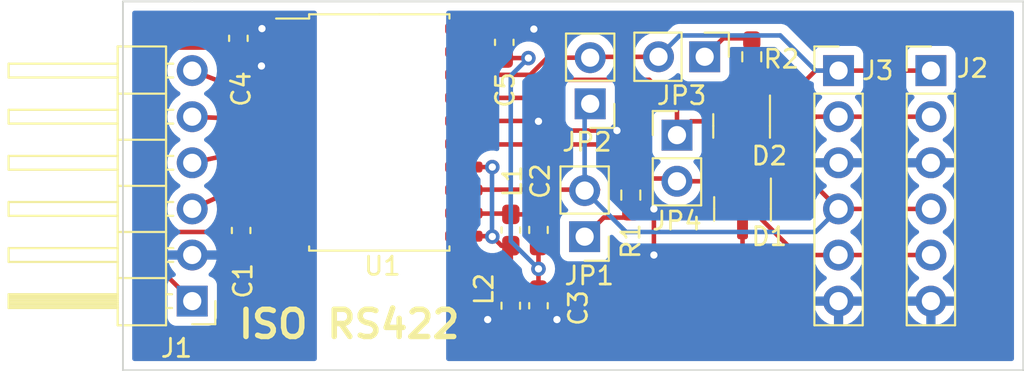
<source format=kicad_pcb>
(kicad_pcb (version 20221231) (generator pcbnew)
  (layers (0 "F.Cu" signal) (31 "B.Cu" signal) (34 "B.Paste" user) (35 "F.Paste" user) (36 "B.SilkS" user "B.Silkscreen") (37 "F.SilkS" user "F.Silkscreen") (38 "B.Mask" user) (39 "F.Mask" user) (44 "Edge.Cuts" user))
  (net 0 "")
  (net 1 "GND")
  (net 2 "/VCC")
  (net 3 "Net-(U1-Visoout)")
  (net 4 "Net-(U1-GND2)")
  (net 5 "Net-(U1-Visoin)")
  (net 6 "GND1")
  (net 7 "Net-(JP1-B)")
  (net 8 "Net-(U1-Z)")
  (net 9 "Net-(U1-A)")
  (net 10 "Net-(U1-B)")
  (net 11 "/RX")
  (net 12 "/~{RE}")
  (net 13 "/DE")
  (net 14 "/TX")
  (net 15 "Net-(JP1-A)")
  (net 16 "Net-(JP3-A)")
  (footprint "Resistor_SMD:R_0603_1608Metric_Pad0.98x0.95mm_HandSolder" (layer "F.Cu") (at 124.7648 55.118 -90)
    (fp_text reference "R2" (at 0.127 -1.6256 180) (layer "F.SilkS"))
    (fp_text value "120")
    (fp_line (start -0.254724 -0.5225) (end 0.254724 -0.5225) (stroke (width 0.12)) (layer "F.SilkS"))
    (fp_line (start -0.254724 0.5225) (end 0.254724 0.5225) (stroke (width 0.12)) (layer "F.SilkS"))
    (pad "1" smd roundrect (at -0.9125 0 270) (size 0.975 0.95) (layers "F.Cu" "F.Paste" "F.Mask") (net 16 "Net-(JP3-A)"))
    (pad "2" smd roundrect (at 0.9125 0 270) (size 0.975 0.95) (layers "F.Cu" "F.Paste" "F.Mask") (net 10 "Net-(U1-B)"))
  )
  (footprint "Inductor_SMD:L_0603_1608Metric_Pad1.05x0.95mm_HandSolder" (layer "F.Cu") (at 111.506 68.834 90)
    (fp_text reference "L2" (at 0.9144 -1.4732 90) (layer "F.SilkS"))
    (fp_text value "L")
    (fp_line (start -0.171267 -0.51) (end 0.171267 -0.51) (stroke (width 0.12)) (layer "F.SilkS"))
    (fp_line (start -0.171267 0.51) (end 0.171267 0.51) (stroke (width 0.12)) (layer "F.SilkS"))
    (pad "1" smd roundrect (at -0.875 0 90) (size 1.05 0.95) (layers "F.Cu" "F.Paste" "F.Mask") (net 6 "GND1"))
    (pad "2" smd roundrect (at 0.875 0 90) (size 1.05 0.95) (layers "F.Cu" "F.Paste" "F.Mask") (net 4 "Net-(U1-GND2)"))
  )
  (footprint "Resistor_SMD:R_0603_1608Metric_Pad0.98x0.95mm_HandSolder" (layer "F.Cu") (at 118.11 62.738 90)
    (fp_text reference "R1" (at -2.54 0 270) (layer "F.SilkS"))
    (fp_text value "120")
    (fp_line (start -0.254724 -0.5225) (end 0.254724 -0.5225) (stroke (width 0.12)) (layer "F.SilkS"))
    (fp_line (start -0.254724 0.5225) (end 0.254724 0.5225) (stroke (width 0.12)) (layer "F.SilkS"))
    (pad "1" smd roundrect (at -0.9125 0 90) (size 0.975 0.95) (layers "F.Cu" "F.Paste" "F.Mask") (net 15 "Net-(JP1-A)"))
    (pad "2" smd roundrect (at 0.9125 0 90) (size 0.975 0.95) (layers "F.Cu" "F.Paste" "F.Mask") (net 8 "Net-(U1-Z)"))
  )
  (footprint "Connector_PinHeader_2.54mm:PinHeader_1x06_P2.54mm_Vertical" (layer "F.Cu") (at 134.62 55.88)
    (fp_text reference "J2" (at 2.286 -0.127) (layer "F.SilkS"))
    (fp_text value "OUT")
    (fp_line (start -1.33 -1.33) (end 0 -1.33) (stroke (width 0.12)) (layer "F.SilkS"))
    (fp_line (start -1.33 0) (end -1.33 -1.33) (stroke (width 0.12)) (layer "F.SilkS"))
    (fp_line (start -1.33 1.27) (end -1.33 14.03) (stroke (width 0.12)) (layer "F.SilkS"))
    (fp_line (start -1.33 1.27) (end 1.33 1.27) (stroke (width 0.12)) (layer "F.SilkS"))
    (fp_line (start -1.33 14.03) (end 1.33 14.03) (stroke (width 0.12)) (layer "F.SilkS"))
    (fp_line (start 1.33 1.27) (end 1.33 14.03) (stroke (width 0.12)) (layer "F.SilkS"))
    (pad "1" thru_hole rect (at 0 0) (size 1.7 1.7) (drill 1) (layers *.Cu *.Mask) (net 9 "Net-(U1-A)"))
    (pad "2" thru_hole oval (at 0 2.54) (size 1.7 1.7) (drill 1) (layers *.Cu *.Mask) (net 10 "Net-(U1-B)"))
    (pad "3" thru_hole oval (at 0 5.08) (size 1.7 1.7) (drill 1) (layers *.Cu *.Mask) (net 6 "GND1"))
    (pad "4" thru_hole oval (at 0 7.62) (size 1.7 1.7) (drill 1) (layers *.Cu *.Mask) (net 7 "Net-(JP1-B)"))
    (pad "5" thru_hole oval (at 0 10.16) (size 1.7 1.7) (drill 1) (layers *.Cu *.Mask) (net 8 "Net-(U1-Z)"))
    (pad "6" thru_hole oval (at 0 12.7) (size 1.7 1.7) (drill 1) (layers *.Cu *.Mask) (net 6 "GND1"))
  )
  (footprint "Capacitor_SMD:C_0603_1608Metric_Pad1.08x0.95mm_HandSolder" (layer "F.Cu") (at 96.6714 64.6874 90)
    (fp_text reference "C1" (at -2.775 0.1026 90) (layer "F.SilkS"))
    (fp_text value "10u")
    (fp_line (start -0.146267 -0.51) (end 0.146267 -0.51) (stroke (width 0.12)) (layer "F.SilkS"))
    (fp_line (start -0.146267 0.51) (end 0.146267 0.51) (stroke (width 0.12)) (layer "F.SilkS"))
    (pad "1" smd roundrect (at -0.8625 0 90) (size 1.075 0.95) (layers "F.Cu" "F.Paste" "F.Mask") (net 1 "GND"))
    (pad "2" smd roundrect (at 0.8625 0 90) (size 1.075 0.95) (layers "F.Cu" "F.Paste" "F.Mask") (net 2 "/VCC"))
  )
  (footprint "Connector_PinHeader_2.54mm:PinHeader_1x02_P2.54mm_Vertical" (layer "F.Cu") (at 115.8748 57.7088 180)
    (fp_text reference "JP2" (at 0.1778 -2.1082 180) (layer "F.SilkS"))
    (fp_text value "A-Y")
    (fp_line (start -1.33 -1.33) (end 0 -1.33) (stroke (width 0.12)) (layer "F.SilkS"))
    (fp_line (start -1.33 0) (end -1.33 -1.33) (stroke (width 0.12)) (layer "F.SilkS"))
    (fp_line (start -1.33 1.27) (end -1.33 3.87) (stroke (width 0.12)) (layer "F.SilkS"))
    (fp_line (start -1.33 1.27) (end 1.33 1.27) (stroke (width 0.12)) (layer "F.SilkS"))
    (fp_line (start -1.33 3.87) (end 1.33 3.87) (stroke (width 0.12)) (layer "F.SilkS"))
    (fp_line (start 1.33 1.27) (end 1.33 3.87) (stroke (width 0.12)) (layer "F.SilkS"))
    (pad "1" thru_hole rect (at 0 0 180) (size 1.7 1.7) (drill 1) (layers *.Cu *.Mask) (net 7 "Net-(JP1-B)"))
    (pad "2" thru_hole oval (at 0 2.54 180) (size 1.7 1.7) (drill 1) (layers *.Cu *.Mask) (net 9 "Net-(U1-A)"))
  )
  (footprint "Package_TO_SOT_SMD:SOT-23" (layer "F.Cu") (at 124.2568 63.5 -90)
    (fp_text reference "D1" (at 1.524 -1.4732 180) (layer "F.SilkS"))
    (fp_text value "SM712_SOT23")
    (fp_line (start 0 -1.56) (end -1.675 -1.56) (stroke (width 0.12)) (layer "F.SilkS"))
    (fp_line (start 0 -1.56) (end 0.65 -1.56) (stroke (width 0.12)) (layer "F.SilkS"))
    (fp_line (start 0 1.56) (end -0.65 1.56) (stroke (width 0.12)) (layer "F.SilkS"))
    (fp_line (start 0 1.56) (end 0.65 1.56) (stroke (width 0.12)) (layer "F.SilkS"))
    (pad "1" smd roundrect (at -0.9375 -0.95 270) (size 1.475 0.6) (layers "F.Cu" "F.Paste" "F.Mask") (net 7 "Net-(JP1-B)"))
    (pad "2" smd roundrect (at -0.9375 0.95 270) (size 1.475 0.6) (layers "F.Cu" "F.Paste" "F.Mask") (net 8 "Net-(U1-Z)"))
    (pad "3" smd roundrect (at 0.9375 0 270) (size 1.475 0.6) (layers "F.Cu" "F.Paste" "F.Mask") (net 6 "GND1"))
  )
  (footprint "Package_SO:SOIC-20W_7.5x12.8mm_P1.27mm" (layer "F.Cu") (at 104.2728 59.2882)
    (fp_text reference "U1" (at 0.172 7.3614) (layer "F.SilkS"))
    (fp_text value "ADM2587E")
    (fp_line (start -3.86 -6.51) (end -3.86 -6.275) (stroke (width 0.12)) (layer "F.SilkS"))
    (fp_line (start -3.86 -6.275) (end -5.675 -6.275) (stroke (width 0.12)) (layer "F.SilkS"))
    (fp_line (start -3.86 6.51) (end -3.86 6.275) (stroke (width 0.12)) (layer "F.SilkS"))
    (fp_line (start 0 -6.51) (end -3.86 -6.51) (stroke (width 0.12)) (layer "F.SilkS"))
    (fp_line (start 0 -6.51) (end 3.86 -6.51) (stroke (width 0.12)) (layer "F.SilkS"))
    (fp_line (start 0 6.51) (end -3.86 6.51) (stroke (width 0.12)) (layer "F.SilkS"))
    (fp_line (start 0 6.51) (end 3.86 6.51) (stroke (width 0.12)) (layer "F.SilkS"))
    (fp_line (start 3.86 -6.51) (end 3.86 -6.275) (stroke (width 0.12)) (layer "F.SilkS"))
    (fp_line (start 3.86 6.51) (end 3.86 6.275) (stroke (width 0.12)) (layer "F.SilkS"))
    (pad "1" smd roundrect (at -4.65 -5.715) (size 2.05 0.6) (layers "F.Cu" "F.Paste" "F.Mask") (net 1 "GND"))
    (pad "2" smd roundrect (at -4.65 -4.445) (size 2.05 0.6) (layers "F.Cu" "F.Paste" "F.Mask") (net 2 "/VCC"))
    (pad "3" smd roundrect (at -4.65 -3.175) (size 2.05 0.6) (layers "F.Cu" "F.Paste" "F.Mask") (net 1 "GND"))
    (pad "4" smd roundrect (at -4.65 -1.905) (size 2.05 0.6) (layers "F.Cu" "F.Paste" "F.Mask") (net 11 "/RX"))
    (pad "5" smd roundrect (at -4.65 -0.635) (size 2.05 0.6) (layers "F.Cu" "F.Paste" "F.Mask") (net 12 "/~{RE}"))
    (pad "6" smd roundrect (at -4.65 0.635) (size 2.05 0.6) (layers "F.Cu" "F.Paste" "F.Mask") (net 13 "/DE"))
    (pad "7" smd roundrect (at -4.65 1.905) (size 2.05 0.6) (layers "F.Cu" "F.Paste" "F.Mask") (net 14 "/TX"))
    (pad "8" smd roundrect (at -4.65 3.175) (size 2.05 0.6) (layers "F.Cu" "F.Paste" "F.Mask") (net 2 "/VCC"))
    (pad "9" smd roundrect (at -4.65 4.445) (size 2.05 0.6) (layers "F.Cu" "F.Paste" "F.Mask") (net 1 "GND"))
    (pad "10" smd roundrect (at -4.65 5.715) (size 2.05 0.6) (layers "F.Cu" "F.Paste" "F.Mask") (net 1 "GND"))
    (pad "11" smd roundrect (at 4.65 5.715) (size 2.05 0.6) (layers "F.Cu" "F.Paste" "F.Mask") (net 4 "Net-(U1-GND2)"))
    (pad "12" smd roundrect (at 4.65 4.445) (size 2.05 0.6) (layers "F.Cu" "F.Paste" "F.Mask") (net 3 "Net-(U1-Visoout)"))
    (pad "13" smd roundrect (at 4.65 3.175) (size 2.05 0.6) (layers "F.Cu" "F.Paste" "F.Mask") (net 7 "Net-(JP1-B)"))
    (pad "14" smd roundrect (at 4.65 1.905) (size 2.05 0.6) (layers "F.Cu" "F.Paste" "F.Mask") (net 4 "Net-(U1-GND2)"))
    (pad "15" smd roundrect (at 4.65 0.635) (size 2.05 0.6) (layers "F.Cu" "F.Paste" "F.Mask") (net 8 "Net-(U1-Z)"))
    (pad "16" smd roundrect (at 4.65 -0.635) (size 2.05 0.6) (layers "F.Cu" "F.Paste" "F.Mask") (net 6 "GND1"))
    (pad "17" smd roundrect (at 4.65 -1.905) (size 2.05 0.6) (layers "F.Cu" "F.Paste" "F.Mask") (net 10 "Net-(U1-B)"))
    (pad "18" smd roundrect (at 4.65 -3.175) (size 2.05 0.6) (layers "F.Cu" "F.Paste" "F.Mask") (net 9 "Net-(U1-A)"))
    (pad "19" smd roundrect (at 4.65 -4.445) (size 2.05 0.6) (layers "F.Cu" "F.Paste" "F.Mask") (net 5 "Net-(U1-Visoin)"))
    (pad "20" smd roundrect (at 4.65 -5.715) (size 2.05 0.6) (layers "F.Cu" "F.Paste" "F.Mask") (net 6 "GND1"))
  )
  (footprint "Connector_PinHeader_2.54mm:PinHeader_1x06_P2.54mm_Vertical" (layer "F.Cu") (at 129.54 55.88)
    (fp_text reference "J3" (at 2.159 0) (layer "F.SilkS"))
    (fp_text value "OUT")
    (fp_line (start -1.33 -1.33) (end 0 -1.33) (stroke (width 0.12)) (layer "F.SilkS"))
    (fp_line (start -1.33 0) (end -1.33 -1.33) (stroke (width 0.12)) (layer "F.SilkS"))
    (fp_line (start -1.33 1.27) (end -1.33 14.03) (stroke (width 0.12)) (layer "F.SilkS"))
    (fp_line (start -1.33 1.27) (end 1.33 1.27) (stroke (width 0.12)) (layer "F.SilkS"))
    (fp_line (start -1.33 14.03) (end 1.33 14.03) (stroke (width 0.12)) (layer "F.SilkS"))
    (fp_line (start 1.33 1.27) (end 1.33 14.03) (stroke (width 0.12)) (layer "F.SilkS"))
    (pad "1" thru_hole rect (at 0 0) (size 1.7 1.7) (drill 1) (layers *.Cu *.Mask) (net 9 "Net-(U1-A)"))
    (pad "2" thru_hole oval (at 0 2.54) (size 1.7 1.7) (drill 1) (layers *.Cu *.Mask) (net 10 "Net-(U1-B)"))
    (pad "3" thru_hole oval (at 0 5.08) (size 1.7 1.7) (drill 1) (layers *.Cu *.Mask) (net 6 "GND1"))
    (pad "4" thru_hole oval (at 0 7.62) (size 1.7 1.7) (drill 1) (layers *.Cu *.Mask) (net 7 "Net-(JP1-B)"))
    (pad "5" thru_hole oval (at 0 10.16) (size 1.7 1.7) (drill 1) (layers *.Cu *.Mask) (net 8 "Net-(U1-Z)"))
    (pad "6" thru_hole oval (at 0 12.7) (size 1.7 1.7) (drill 1) (layers *.Cu *.Mask) (net 6 "GND1"))
  )
  (footprint "Package_TO_SOT_SMD:SOT-23" (layer "F.Cu") (at 124.206 58.928 -90)
    (fp_text reference "D2" (at 1.651 -1.524) (layer "F.SilkS"))
    (fp_text value "SM712_SOT23")
    (fp_line (start 0 -1.56) (end -1.675 -1.56) (stroke (width 0.12)) (layer "F.SilkS"))
    (fp_line (start 0 -1.56) (end 0.65 -1.56) (stroke (width 0.12)) (layer "F.SilkS"))
    (fp_line (start 0 1.56) (end -0.65 1.56) (stroke (width 0.12)) (layer "F.SilkS"))
    (fp_line (start 0 1.56) (end 0.65 1.56) (stroke (width 0.12)) (layer "F.SilkS"))
    (pad "1" smd roundrect (at -0.9375 -0.95 270) (size 1.475 0.6) (layers "F.Cu" "F.Paste" "F.Mask") (net 9 "Net-(U1-A)"))
    (pad "2" smd roundrect (at -0.9375 0.95 270) (size 1.475 0.6) (layers "F.Cu" "F.Paste" "F.Mask") (net 10 "Net-(U1-B)"))
    (pad "3" smd roundrect (at 0.9375 0 270) (size 1.475 0.6) (layers "F.Cu" "F.Paste" "F.Mask") (net 6 "GND1"))
  )
  (footprint "Inductor_SMD:L_0603_1608Metric_Pad1.05x0.95mm_HandSolder" (layer "F.Cu") (at 113.03 64.657 90)
    (fp_text reference "L1" (at 2.681 -1.43 90) (layer "F.SilkS"))
    (fp_text value "L")
    (fp_line (start -0.171267 -0.51) (end 0.171267 -0.51) (stroke (width 0.12)) (layer "F.SilkS"))
    (fp_line (start -0.171267 0.51) (end 0.171267 0.51) (stroke (width 0.12)) (layer "F.SilkS"))
    (pad "1" smd roundrect (at -0.875 0 90) (size 1.05 0.95) (layers "F.Cu" "F.Paste" "F.Mask") (net 5 "Net-(U1-Visoin)"))
    (pad "2" smd roundrect (at 0.875 0 90) (size 1.05 0.95) (layers "F.Cu" "F.Paste" "F.Mask") (net 3 "Net-(U1-Visoout)"))
  )
  (footprint "Connector_PinHeader_2.54mm:PinHeader_1x02_P2.54mm_Vertical" (layer "F.Cu") (at 122.174 55.118 -90)
    (fp_text reference "JP3" (at 2.1336 1.27 180) (layer "F.SilkS"))
    (fp_text value "T_IN")
    (fp_line (start -1.33 -1.33) (end 0 -1.33) (stroke (width 0.12)) (layer "F.SilkS"))
    (fp_line (start -1.33 0) (end -1.33 -1.33) (stroke (width 0.12)) (layer "F.SilkS"))
    (fp_line (start -1.33 1.27) (end -1.33 3.87) (stroke (width 0.12)) (layer "F.SilkS"))
    (fp_line (start -1.33 1.27) (end 1.33 1.27) (stroke (width 0.12)) (layer "F.SilkS"))
    (fp_line (start -1.33 3.87) (end 1.33 3.87) (stroke (width 0.12)) (layer "F.SilkS"))
    (fp_line (start 1.33 1.27) (end 1.33 3.87) (stroke (width 0.12)) (layer "F.SilkS"))
    (pad "1" thru_hole rect (at 0 0 270) (size 1.7 1.7) (drill 1) (layers *.Cu *.Mask) (net 16 "Net-(JP3-A)"))
    (pad "2" thru_hole oval (at 0 2.54 270) (size 1.7 1.7) (drill 1) (layers *.Cu *.Mask) (net 9 "Net-(U1-A)"))
  )
  (footprint "Capacitor_SMD:C_0603_1608Metric_Pad1.08x0.95mm_HandSolder" (layer "F.Cu") (at 96.52 54.102 90)
    (fp_text reference "C4" (at -2.794 0.1524 90) (layer "F.SilkS"))
    (fp_text value "0.1u")
    (fp_line (start -0.146267 -0.51) (end 0.146267 -0.51) (stroke (width 0.12)) (layer "F.SilkS"))
    (fp_line (start -0.146267 0.51) (end 0.146267 0.51) (stroke (width 0.12)) (layer "F.SilkS"))
    (pad "1" smd roundrect (at -0.8625 0 90) (size 1.075 0.95) (layers "F.Cu" "F.Paste" "F.Mask") (net 2 "/VCC"))
    (pad "2" smd roundrect (at 0.8625 0 90) (size 1.075 0.95) (layers "F.Cu" "F.Paste" "F.Mask") (net 1 "GND"))
  )
  (footprint "Capacitor_SMD:C_0603_1608Metric_Pad1.08x0.95mm_HandSolder" (layer "F.Cu") (at 111.509 64.6631 -90)
    (fp_text reference "C2" (at -2.6871 -1.6226 90) (layer "F.SilkS"))
    (fp_text value "0.1u")
    (fp_line (start -0.146267 -0.51) (end 0.146267 -0.51) (stroke (width 0.12)) (layer "F.SilkS"))
    (fp_line (start -0.146267 0.51) (end 0.146267 0.51) (stroke (width 0.12)) (layer "F.SilkS"))
    (pad "1" smd roundrect (at -0.8625 0 270) (size 1.075 0.95) (layers "F.Cu" "F.Paste" "F.Mask") (net 3 "Net-(U1-Visoout)"))
    (pad "2" smd roundrect (at 0.8625 0 270) (size 1.075 0.95) (layers "F.Cu" "F.Paste" "F.Mask") (net 4 "Net-(U1-GND2)"))
  )
  (footprint "Capacitor_SMD:C_0603_1608Metric_Pad1.08x0.95mm_HandSolder" (layer "F.Cu") (at 111.1491 54.324 90)
    (fp_text reference "C5" (at -2.6228 0.0521 90) (layer "F.SilkS"))
    (fp_text value "0.1u")
    (fp_line (start -0.146267 -0.51) (end 0.146267 -0.51) (stroke (width 0.12)) (layer "F.SilkS"))
    (fp_line (start -0.146267 0.51) (end 0.146267 0.51) (stroke (width 0.12)) (layer "F.SilkS"))
    (pad "1" smd roundrect (at -0.8625 0 90) (size 1.075 0.95) (layers "F.Cu" "F.Paste" "F.Mask") (net 5 "Net-(U1-Visoin)"))
    (pad "2" smd roundrect (at 0.8625 0 90) (size 1.075 0.95) (layers "F.Cu" "F.Paste" "F.Mask") (net 6 "GND1"))
  )
  (footprint "Connector_PinHeader_2.54mm:PinHeader_1x06_P2.54mm_Horizontal" (layer "F.Cu") (at 93.98 68.58 180)
    (fp_text reference "J1" (at 0.8636 -2.5908) (layer "F.SilkS"))
    (fp_text value "PMOD")
    (fp_line (start -1.27 -1.27) (end 0 -1.27) (stroke (width 0.12)) (layer "F.SilkS"))
    (fp_line (start -1.27 0) (end -1.27 -1.27) (stroke (width 0.12)) (layer "F.SilkS"))
    (fp_line (start 1.042929 2.16) (end 1.44 2.16) (stroke (width 0.12)) (layer "F.SilkS"))
    (fp_line (start 1.042929 2.92) (end 1.44 2.92) (stroke (width 0.12)) (layer "F.SilkS"))
    (fp_line (start 1.042929 4.7) (end 1.44 4.7) (stroke (width 0.12)) (layer "F.SilkS"))
    (fp_line (start 1.042929 5.46) (end 1.44 5.46) (stroke (width 0.12)) (layer "F.SilkS"))
    (fp_line (start 1.042929 7.24) (end 1.44 7.24) (stroke (width 0.12)) (layer "F.SilkS"))
    (fp_line (start 1.042929 8) (end 1.44 8) (stroke (width 0.12)) (layer "F.SilkS"))
    (fp_line (start 1.042929 9.78) (end 1.44 9.78) (stroke (width 0.12)) (layer "F.SilkS"))
    (fp_line (start 1.042929 10.54) (end 1.44 10.54) (stroke (width 0.12)) (layer "F.SilkS"))
    (fp_line (start 1.042929 12.32) (end 1.44 12.32) (stroke (width 0.12)) (layer "F.SilkS"))
    (fp_line (start 1.042929 13.08) (end 1.44 13.08) (stroke (width 0.12)) (layer "F.SilkS"))
    (fp_line (start 1.11 -0.38) (end 1.44 -0.38) (stroke (width 0.12)) (layer "F.SilkS"))
    (fp_line (start 1.11 0.38) (end 1.44 0.38) (stroke (width 0.12)) (layer "F.SilkS"))
    (fp_line (start 1.44 -1.33) (end 1.44 14.03) (stroke (width 0.12)) (layer "F.SilkS"))
    (fp_line (start 1.44 1.27) (end 4.1 1.27) (stroke (width 0.12)) (layer "F.SilkS"))
    (fp_line (start 1.44 3.81) (end 4.1 3.81) (stroke (width 0.12)) (layer "F.SilkS"))
    (fp_line (start 1.44 6.35) (end 4.1 6.35) (stroke (width 0.12)) (layer "F.SilkS"))
    (fp_line (start 1.44 8.89) (end 4.1 8.89) (stroke (width 0.12)) (layer "F.SilkS"))
    (fp_line (start 1.44 11.43) (end 4.1 11.43) (stroke (width 0.12)) (layer "F.SilkS"))
    (fp_line (start 1.44 14.03) (end 4.1 14.03) (stroke (width 0.12)) (layer "F.SilkS"))
    (fp_line (start 4.1 -1.33) (end 1.44 -1.33) (stroke (width 0.12)) (layer "F.SilkS"))
    (fp_line (start 4.1 -0.38) (end 10.1 -0.38) (stroke (width 0.12)) (layer "F.SilkS"))
    (fp_line (start 4.1 -0.32) (end 10.1 -0.32) (stroke (width 0.12)) (layer "F.SilkS"))
    (fp_line (start 4.1 -0.2) (end 10.1 -0.2) (stroke (width 0.12)) (layer "F.SilkS"))
    (fp_line (start 4.1 -0.08) (end 10.1 -0.08) (stroke (width 0.12)) (layer "F.SilkS"))
    (fp_line (start 4.1 0.04) (end 10.1 0.04) (stroke (width 0.12)) (layer "F.SilkS"))
    (fp_line (start 4.1 0.16) (end 10.1 0.16) (stroke (width 0.12)) (layer "F.SilkS"))
    (fp_line (start 4.1 0.28) (end 10.1 0.28) (stroke (width 0.12)) (layer "F.SilkS"))
    (fp_line (start 4.1 2.16) (end 10.1 2.16) (stroke (width 0.12)) (layer "F.SilkS"))
    (fp_line (start 4.1 4.7) (end 10.1 4.7) (stroke (width 0.12)) (layer "F.SilkS"))
    (fp_line (start 4.1 7.24) (end 10.1 7.24) (stroke (width 0.12)) (layer "F.SilkS"))
    (fp_line (start 4.1 9.78) (end 10.1 9.78) (stroke (width 0.12)) (layer "F.SilkS"))
    (fp_line (start 4.1 12.32) (end 10.1 12.32) (stroke (width 0.12)) (layer "F.SilkS"))
    (fp_line (start 4.1 14.03) (end 4.1 -1.33) (stroke (width 0.12)) (layer "F.SilkS"))
    (fp_line (start 10.1 -0.38) (end 10.1 0.38) (stroke (width 0.12)) (layer "F.SilkS"))
    (fp_line (start 10.1 0.38) (end 4.1 0.38) (stroke (width 0.12)) (layer "F.SilkS"))
    (fp_line (start 10.1 2.16) (end 10.1 2.92) (stroke (width 0.12)) (layer "F.SilkS"))
    (fp_line (start 10.1 2.92) (end 4.1 2.92) (stroke (width 0.12)) (layer "F.SilkS"))
    (fp_line (start 10.1 4.7) (end 10.1 5.46) (stroke (width 0.12)) (layer "F.SilkS"))
    (fp_line (start 10.1 5.46) (end 4.1 5.46) (stroke (width 0.12)) (layer "F.SilkS"))
    (fp_line (start 10.1 7.24) (end 10.1 8) (stroke (width 0.12)) (layer "F.SilkS"))
    (fp_line (start 10.1 8) (end 4.1 8) (stroke (width 0.12)) (layer "F.SilkS"))
    (fp_line (start 10.1 9.78) (end 10.1 10.54) (stroke (width 0.12)) (layer "F.SilkS"))
    (fp_line (start 10.1 10.54) (end 4.1 10.54) (stroke (width 0.12)) (layer "F.SilkS"))
    (fp_line (start 10.1 12.32) (end 10.1 13.08) (stroke (width 0.12)) (layer "F.SilkS"))
    (fp_line (start 10.1 13.08) (end 4.1 13.08) (stroke (width 0.12)) (layer "F.SilkS"))
    (pad "1" thru_hole rect (at 0 0 180) (size 1.7 1.7) (drill 1) (layers *.Cu *.Mask) (net 2 "/VCC"))
    (pad "2" thru_hole oval (at 0 2.54 180) (size 1.7 1.7) (drill 1) (layers *.Cu *.Mask) (net 1 "GND"))
    (pad "3" thru_hole oval (at 0 5.08 180) (size 1.7 1.7) (drill 1) (layers *.Cu *.Mask) (net 14 "/TX"))
    (pad "4" thru_hole oval (at 0 7.62 180) (size 1.7 1.7) (drill 1) (layers *.Cu *.Mask) (net 13 "/DE"))
    (pad "5" thru_hole oval (at 0 10.16 180) (size 1.7 1.7) (drill 1) (layers *.Cu *.Mask) (net 12 "/~{RE}"))
    (pad "6" thru_hole oval (at 0 12.7 180) (size 1.7 1.7) (drill 1) (layers *.Cu *.Mask) (net 11 "/RX"))
  )
  (footprint "Connector_PinHeader_2.54mm:PinHeader_1x02_P2.54mm_Vertical" (layer "F.Cu") (at 115.57 65.029 180)
    (fp_text reference "JP1" (at -0.254 -2.154) (layer "F.SilkS"))
    (fp_text value "T_OUT")
    (fp_line (start -1.33 -1.33) (end 0 -1.33) (stroke (width 0.12)) (layer "F.SilkS"))
    (fp_line (start -1.33 0) (end -1.33 -1.33) (stroke (width 0.12)) (layer "F.SilkS"))
    (fp_line (start -1.33 1.27) (end -1.33 3.87) (stroke (width 0.12)) (layer "F.SilkS"))
    (fp_line (start -1.33 1.27) (end 1.33 1.27) (stroke (width 0.12)) (layer "F.SilkS"))
    (fp_line (start -1.33 3.87) (end 1.33 3.87) (stroke (width 0.12)) (layer "F.SilkS"))
    (fp_line (start 1.33 1.27) (end 1.33 3.87) (stroke (width 0.12)) (layer "F.SilkS"))
    (pad "1" thru_hole rect (at 0 0 180) (size 1.7 1.7) (drill 1) (layers *.Cu *.Mask) (net 15 "Net-(JP1-A)"))
    (pad "2" thru_hole oval (at 0 2.54 180) (size 1.7 1.7) (drill 1) (layers *.Cu *.Mask) (net 7 "Net-(JP1-B)"))
  )
  (footprint "Capacitor_SMD:C_0603_1608Metric_Pad1.08x0.95mm_HandSolder" (layer "F.Cu") (at 113.03 68.834 -90)
    (fp_text reference "C3" (at 0.127 -2.1844 -90) (layer "F.SilkS"))
    (fp_text value "10u")
    (fp_line (start -0.146267 -0.51) (end 0.146267 -0.51) (stroke (width 0.12)) (layer "F.SilkS"))
    (fp_line (start -0.146267 0.51) (end 0.146267 0.51) (stroke (width 0.12)) (layer "F.SilkS"))
    (pad "1" smd roundrect (at -0.8625 0 270) (size 1.075 0.95) (layers "F.Cu" "F.Paste" "F.Mask") (net 5 "Net-(U1-Visoin)"))
    (pad "2" smd roundrect (at 0.8625 0 270) (size 1.075 0.95) (layers "F.Cu" "F.Paste" "F.Mask") (net 6 "GND1"))
  )
  (footprint "Connector_PinHeader_2.54mm:PinHeader_1x02_P2.54mm_Vertical" (layer "F.Cu") (at 120.65 59.436)
    (fp_text reference "JP4" (at 0 4.7244 180) (layer "F.SilkS"))
    (fp_text value "B-Z")
    (fp_line (start -1.33 -1.33) (end 0 -1.33) (stroke (width 0.12)) (layer "F.SilkS"))
    (fp_line (start -1.33 0) (end -1.33 -1.33) (stroke (width 0.12)) (layer "F.SilkS"))
    (fp_line (start -1.33 1.27) (end -1.33 3.87) (stroke (width 0.12)) (layer "F.SilkS"))
    (fp_line (start -1.33 1.27) (end 1.33 1.27) (stroke (width 0.12)) (layer "F.SilkS"))
    (fp_line (start -1.33 3.87) (end 1.33 3.87) (stroke (width 0.12)) (layer "F.SilkS"))
    (fp_line (start 1.33 1.27) (end 1.33 3.87) (stroke (width 0.12)) (layer "F.SilkS"))
    (pad "1" thru_hole rect (at 0 0) (size 1.7 1.7) (drill 1) (layers *.Cu *.Mask) (net 10 "Net-(U1-B)"))
    (pad "2" thru_hole oval (at 0 2.54) (size 1.7 1.7) (drill 1) (layers *.Cu *.Mask) (net 8 "Net-(U1-Z)"))
  )
  (gr_line (start 139.7 52.07) (end 93.98 52.07) (stroke (width 0.1)) (layer "Edge.Cuts"))
  (gr_line (start 139.7 72.39) (end 139.7 52.07) (stroke (width 0.1)) (layer "Edge.Cuts"))
  (gr_line (start 93.98 52.07) (end 90.17 52.07) (stroke (width 0.1)) (layer "Edge.Cuts"))
  (gr_line (start 90.17 52.07) (end 90.17 72.39) (stroke (width 0.1)) (layer "Edge.Cuts"))
  (gr_line (start 90.17 72.39) (end 139.7 72.39) (stroke (width 0.1)) (layer "Edge.Cuts"))
  (gr_text "ISO RS422" (at 102.616 69.85) (layer "F.SilkS") (effects (font (size 1.5 1.5) (thickness 0.3) bold)))
  (segment (start 99.6228 64.0338) (end 99.6228 63.9088) (width 0.25) (layer "F.Cu") (net 1))
  (segment (start 97.79 55.626) (end 98.298 56.134) (width 0.25) (layer "F.Cu") (net 1))
  (segment (start 97.1412 65.2039) (end 97.1466 65.2035) (width 0.25) (layer "F.Cu") (net 1))
  (segment (start 98.6011 65.1822) (end 98.6029 65.182) (width 0.25) (layer "F.Cu") (net 1))
  (segment (start 96.2045 65.8955) (end 96.6714 65.5499) (width 0.25) (layer "F.Cu") (net 1))
  (segment (start 96.1985 65.8962) (end 96.2018 65.8959) (width 0.25) (layer "F.Cu") (net 1))
  (segment (start 99.6228 53.5732) (end 98.7222 53.5669) (width 0.25) (layer "F.Cu") (net 1))
  (segment (start 99.6228 65.0032) (end 99.6228 64.8276) (width 0.25) (layer "F.Cu") (net 1))
  (segment (start 97.307 53.5669) (end 96.9561 53.5606) (width 0.25) (layer "F.Cu") (net 1))
  (segment (start 98.5972 53.5669) (end 97.8171 53.5669) (width 0.25) (layer "F.Cu") (net 1))
  (segment (start 98.7222 53.5669) (end 98.5972 53.5669) (width 0.25) (layer "F.Cu") (net 1))
  (segment (start 98.298 56.134) (end 99.602 56.134) (width 0.25) (layer "F.Cu") (net 1))
  (segment (start 99.602 56.134) (end 99.6228 56.1132) (width 0.25) (layer "F.Cu") (net 1))
  (segment (start 98.5976 65.1825) (end 98.6011 65.1822) (width 0.25) (layer "F.Cu") (net 1))
  (segment (start 99.6228 64.8276) (end 99.6228 64.7026) (width 0.25) (layer "F.Cu") (net 1))
  (segment (start 96.6714 65.5499) (end 97.1382 65.2043) (width 0.25) (layer "F.Cu") (net 1))
  (segment (start 98.6029 65.182) (end 99.6228 65.0032) (width 0.25) (layer "F.Cu") (net 1))
  (segment (start 97.8171 53.5669) (end 97.432 53.5669) (width 0.25) (layer "F.Cu") (net 1))
  (segment (start 99.6228 64.7026) (end 99.6228 64.0338) (width 0.25) (layer "F.Cu") (net 1))
  (segment (start 97.1466 65.2035) (end 98.5976 65.1825) (width 0.25) (layer "F.Cu") (net 1))
  (segment (start 96.2018 65.8959) (end 96.2045 65.8955) (width 0.25) (layer "F.Cu") (net 1))
  (segment (start 93.98 66.04) (end 96.1985 65.8962) (width 0.25) (layer "F.Cu") (net 1))
  (segment (start 97.432 53.5669) (end 97.307 53.5669) (width 0.25) (layer "F.Cu") (net 1))
  (segment (start 97.1382 65.2043) (end 97.1412 65.2039) (width 0.25) (layer "F.Cu") (net 1))
  (segment (start 99.6228 63.9088) (end 99.6228 63.7332) (width 0.25) (layer "F.Cu") (net 1))
  (via (at 97.79 55.626) (size 0.8) (drill 0.4) (layers "F.Cu" "B.Cu") (net 1))
  (via (at 97.8171 53.5669) (size 0.8) (drill 0.4) (layers "F.Cu" "B.Cu") (net 1))
  (segment (start 92.202 54.61) (end 96.2805 54.61) (width 0.25) (layer "F.Cu") (net 2))
  (segment (start 98.6008 62.6426) (end 98.6029 62.642) (width 0.25) (layer "F.Cu") (net 2))
  (segment (start 97.1033 63.395) (end 97.1054 63.3937) (width 0.25) (layer "F.Cu") (net 2))
  (segment (start 97.1054 63.3937) (end 97.1083 63.3922) (width 0.25) (layer "F.Cu") (net 2))
  (segment (start 97.1083 63.3922) (end 98.5955 62.6446) (width 0.25) (layer "F.Cu") (net 2))
  (segment (start 96.6714 63.8249) (end 97.1033 63.395) (width 0.25) (layer "F.Cu") (net 2))
  (segment (start 96.6413 54.8432) (end 96.52 54.9645) (width 0.25) (layer "F.Cu") (net 2))
  (segment (start 92.202 64.77) (end 92.202 54.61) (width 0.25) (layer "F.Cu") (net 2))
  (segment (start 98.5955 62.6446) (end 98.6008 62.6426) (width 0.25) (layer "F.Cu") (net 2))
  (segment (start 93.98 68.58) (end 92.202 66.802) (width 0.25) (layer "F.Cu") (net 2))
  (segment (start 98.6029 62.642) (end 99.6228 62.4632) (width 0.25) (layer "F.Cu") (net 2))
  (segment (start 92.202 64.77) (end 95.7263 64.77) (width 0.25) (layer "F.Cu") (net 2))
  (segment (start 99.6228 54.8432) (end 96.6413 54.8432) (width 0.25) (layer "F.Cu") (net 2))
  (segment (start 92.202 66.802) (end 92.202 64.77) (width 0.25) (layer "F.Cu") (net 2))
  (segment (start 95.7263 64.77) (end 96.6714 63.8249) (width 0.25) (layer "F.Cu") (net 2))
  (segment (start 111.509 63.8006) (end 111.1581 63.7582) (width 0.25) (layer "F.Cu") (net 3))
  (segment (start 111.0331 63.7582) (end 109.9484 63.7582) (width 0.25) (layer "F.Cu") (net 3))
  (segment (start 111.1581 63.7582) (end 111.0331 63.7582) (width 0.25) (layer "F.Cu") (net 3))
  (segment (start 113.0114 63.8006) (end 113.03 63.782) (width 0.25) (layer "F.Cu") (net 3))
  (segment (start 111.509 63.8006) (end 113.0114 63.8006) (width 0.25) (layer "F.Cu") (net 3))
  (segment (start 109.9484 63.7582) (end 109.8234 63.7582) (width 0.25) (layer "F.Cu") (net 3))
  (segment (start 109.8234 63.7582) (end 108.9228 63.7332) (width 0.25) (layer "F.Cu") (net 3))
  (segment (start 111.509 67.956) (end 111.506 67.959) (width 0.25) (layer "F.Cu") (net 4))
  (segment (start 110.49 65.024) (end 110.4692 65.0032) (width 0.25) (layer "F.Cu") (net 4))
  (segment (start 110.49 65.024) (end 110.9916 65.5256) (width 0.25) (layer "F.Cu") (net 4))
  (segment (start 110.49 61.1943) (end 109.8234 61.1943) (width 0.25) (layer "F.Cu") (net 4))
  (segment (start 110.4692 65.0032) (end 108.9228 65.0032) (width 0.25) (layer "F.Cu") (net 4))
  (segment (start 109.8234 61.1943) (end 108.9228 61.1932) (width 0.25) (layer "F.Cu") (net 4))
  (segment (start 110.9916 65.5256) (end 111.509 65.5256) (width 0.25) (layer "F.Cu") (net 4))
  (segment (start 111.509 65.5256) (end 111.509 67.956) (width 0.25) (layer "F.Cu") (net 4))
  (via (at 110.49 61.1943) (size 0.8) (drill 0.4) (layers "F.Cu" "B.Cu") (net 4))
  (via (at 110.49 65.024) (size 0.8) (drill 0.4) (layers "F.Cu" "B.Cu") (net 4))
  (segment (start 110.4743 65.0083) (end 110.4743 61.21) (width 0.25) (layer "B.Cu") (net 4))
  (segment (start 110.49 65.024) (end 110.4743 65.0083) (width 0.25) (layer "B.Cu") (net 4))
  (segment (start 110.4743 61.21) (end 110.49 61.1943) (width 0.25) (layer "B.Cu") (net 4))
  (segment (start 111.1491 55.1865) (end 111.5 55.1895) (width 0.25) (layer "F.Cu") (net 5))
  (segment (start 110.7982 55.0225) (end 111.1491 55.1865) (width 0.25) (layer "F.Cu") (net 5))
  (segment (start 111.625 55.1895) (end 112.4751 55.1895) (width 0.25) (layer "F.Cu") (net 5))
  (segment (start 113.03 65.532) (end 113.03 66.802) (width 0.25) (layer "F.Cu") (net 5))
  (segment (start 109.9484 55.0225) (end 110.6732 55.0225) (width 0.25) (layer "F.Cu") (net 5))
  (segment (start 108.9228 54.8432) (end 109.9426 55.022) (width 0.25) (layer "F.Cu") (net 5))
  (segment (start 109.9426 55.022) (end 109.9447 55.0223) (width 0.25) (layer "F.Cu") (net 5))
  (segment (start 111.5 55.1895) (end 111.625 55.1895) (width 0.25) (layer "F.Cu") (net 5))
  (segment (start 110.6732 55.0225) (end 110.7982 55.0225) (width 0.25) (layer "F.Cu") (net 5))
  (segment (start 109.9447 55.0223) (end 109.9484 55.0225) (width 0.25) (layer "F.Cu") (net 5))
  (segment (start 113.03 66.802) (end 113.03 67.9715) (width 0.25) (layer "F.Cu") (net 5))
  (via (at 113.03 66.802) (size 0.8) (drill 0.4) (layers "F.Cu" "B.Cu") (net 5))
  (via (at 112.4751 55.1895) (size 0.8) (drill 0.4) (layers "F.Cu" "B.Cu") (net 5))
  (segment (start 111.506 56.1586) (end 111.506 65.278) (width 0.25) (layer "B.Cu") (net 5))
  (segment (start 111.506 65.278) (end 113.03 66.802) (width 0.25) (layer "B.Cu") (net 5))
  (segment (start 112.4751 55.1895) (end 111.506 56.1586) (width 0.25) (layer "B.Cu") (net 5))
  (segment (start 125.3005 60.96) (end 134.62 60.96) (width 0.25) (layer "F.Cu") (net 6))
  (segment (start 113.0175 69.709) (end 113.03 69.6965) (width 0.25) (layer "F.Cu") (net 6))
  (segment (start 113.03 69.6965) (end 113.9455 69.6965) (width 0.25) (layer "F.Cu") (net 6))
  (segment (start 112.6435 53.4615) (end 112.776 53.594) (width 0.25) (layer "F.Cu") (net 6))
  (segment (start 108.9228 58.6532) (end 113.0092 58.6532) (width 0.25) (layer "F.Cu") (net 6))
  (segment (start 111.506 69.709) (end 113.0175 69.709) (width 0.25) (layer "F.Cu") (net 6))
  (segment (start 109.8234 53.5482) (end 109.9484 53.5482) (width 0.25) (layer "F.Cu") (net 6))
  (segment (start 127 68.58) (end 134.62 68.58) (width 0.25) (layer "F.Cu") (net 6))
  (segment (start 117.348 59.182) (end 113.538 59.182) (width 0.25) (layer "F.Cu") (net 6))
  (segment (start 113.0092 58.6532) (end 113.03 58.674) (width 0.25) (layer "F.Cu") (net 6))
  (segment (start 111.1491 53.4615) (end 112.6435 53.4615) (width 0.25) (layer "F.Cu") (net 6))
  (segment (start 113.538 59.182) (end 113.03 58.674) (width 0.25) (layer "F.Cu") (net 6))
  (segment (start 110.7982 53.5482) (end 111.1491 53.4615) (width 0.25) (layer "F.Cu") (net 6))
  (segment (start 119.38 66.04) (end 119.38 63.5) (width 0.25) (layer "F.Cu") (net 6))
  (segment (start 109.9484 53.5482) (end 110.6732 53.5482) (width 0.25) (layer "F.Cu") (net 6))
  (segment (start 108.9228 53.5732) (end 109.8234 53.5482) (width 0.25) (layer "F.Cu") (net 6))
  (segment (start 111.506 69.709) (end 110.349 69.709) (width 0.25) (layer "F.Cu") (net 6))
  (segment (start 113.9455 69.6965) (end 114.046 69.596) (width 0.25) (layer "F.Cu") (net 6))
  (segment (start 110.6732 53.5482) (end 110.7982 53.5482) (width 0.25) (layer "F.Cu") (net 6))
  (segment (start 124.206 59.8655) (end 125.3005 60.96) (width 0.25) (layer "F.Cu") (net 6))
  (segment (start 110.349 69.709) (end 110.236 69.596) (width 0.25) (layer "F.Cu") (net 6))
  (segment (start 124.2568 64.4375) (end 124.2568 65.8368) (width 0.25) (layer "F.Cu") (net 6))
  (segment (start 124.2568 65.8368) (end 127 68.58) (width 0.25) (layer "F.Cu") (net 6))
  (via (at 110.236 69.596) (size 0.8) (drill 0.4) (layers "F.Cu" "B.Cu") (net 6))
  (via (at 112.776 53.594) (size 0.8) (drill 0.4) (layers "F.Cu" "B.Cu") (net 6))
  (via (at 119.38 63.5) (size 0.8) (drill 0.4) (layers "F.Cu" "B.Cu") (net 6))
  (via (at 119.38 66.04) (size 0.8) (drill 0.4) (layers "F.Cu" "B.Cu") (net 6))
  (via (at 113.03 58.674) (size 0.8) (drill 0.4) (layers "F.Cu" "B.Cu") (net 6))
  (via (at 117.348 59.182) (size 0.8) (drill 0.4) (layers "F.Cu" "B.Cu") (net 6))
  (via (at 114.046 69.596) (size 0.8) (drill 0.4) (layers "F.Cu" "B.Cu") (net 6))
  (segment (start 114.046 69.596) (end 115.824 69.596) (width 0.25) (layer "B.Cu") (net 6))
  (segment (start 115.824 69.596) (end 119.38 66.04) (width 0.25) (layer "B.Cu") (net 6))
  (segment (start 125.5393 62.23) (end 128.27 62.23) (width 0.25) (layer "F.Cu") (net 7))
  (segment (start 129.54 63.5) (end 134.62 63.5) (width 0.25) (layer "F.Cu") (net 7))
  (segment (start 128.27 62.23) (end 129.54 63.5) (width 0.25) (layer "F.Cu") (net 7))
  (segment (start 125.2068 62.5625) (end 125.5393 62.23) (width 0.25) (layer "F.Cu") (net 7))
  (segment (start 109.8234 62.4382) (end 116.3115 62.4382) (width 0.25) (layer "F.Cu") (net 7))
  (segment (start 108.9228 62.4632) (end 109.8234 62.4382) (width 0.25) (layer "F.Cu") (net 7))
  (segment (start 115.57 61.6557) (end 115.57 58.0136) (width 0.25) (layer "B.Cu") (net 7))
  (segment (start 115.57 58.0136) (end 115.8748 57.7088) (width 0.25) (layer "B.Cu") (net 7))
  (segment (start 128.27 64.77) (end 117.851 64.77) (width 0.25) (layer "B.Cu") (net 7))
  (segment (start 116.078 62.1637) (end 115.57 61.6557) (width 0.25) (layer "B.Cu") (net 7))
  (segment (start 129.54 63.5) (end 128.27 64.77) (width 0.25) (layer "B.Cu") (net 7))
  (segment (start 117.851 64.77) (end 115.57 62.489) (width 0.25) (layer "B.Cu") (net 7))
  (segment (start 123.790372 62.5625) (end 127.267872 66.04) (width 0.25) (layer "F.Cu") (net 8))
  (segment (start 123.3068 62.3468) (end 122.936 61.976) (width 0.25) (layer "F.Cu") (net 8))
  (segment (start 123.3068 62.5625) (end 123.790372 62.5625) (width 0.25) (layer "F.Cu") (net 8))
  (segment (start 122.936 61.976) (end 120.65 61.976) (width 0.25) (layer "F.Cu") (net 8))
  (segment (start 129.54 66.04) (end 134.62 66.04) (width 0.25) (layer "F.Cu") (net 8))
  (segment (start 127.267872 66.04) (end 129.54 66.04) (width 0.25) (layer "F.Cu") (net 8))
  (segment (start 116.2329 59.9484) (end 118.11 61.8255) (width 0.25) (layer "F.Cu") (net 8))
  (segment (start 123.3068 62.5625) (end 123.3068 62.3468) (width 0.25) (layer "F.Cu") (net 8))
  (segment (start 118.11 61.8255) (end 120.4995 61.8255) (width 0.25) (layer "F.Cu") (net 8))
  (segment (start 109.9546 59.9484) (end 116.2329 59.9484) (width 0.25) (layer "F.Cu") (net 8))
  (segment (start 109.8234 59.9482) (end 109.9484 59.9482) (width 0.25) (layer "F.Cu") (net 8))
  (segment (start 120.4995 61.8255) (end 120.65 61.976) (width 0.25) (layer "F.Cu") (net 8))
  (segment (start 109.9484 59.9482) (end 109.9546 59.9484) (width 0.25) (layer "F.Cu") (net 8))
  (segment (start 108.9228 59.9232) (end 109.8234 59.9482) (width 0.25) (layer "F.Cu") (net 8))
  (segment (start 115.8748 55.1688) (end 115.9206 55.123) (width 0.25) (layer "F.Cu") (net 9))
  (segment (start 128.27 55.88) (end 129.54 55.88) (width 0.25) (layer "F.Cu") (net 9))
  (segment (start 115.9206 55.123) (end 119.629 55.123) (width 0.25) (layer "F.Cu") (net 9))
  (segment (start 126.1595 57.9905) (end 125.156 57.9905) (width 0.25) (layer "F.Cu") (net 9))
  (segment (start 108.9228 56.1132) (end 112.576014 56.1132) (width 0.25) (layer "F.Cu") (net 9))
  (segment (start 129.54 55.88) (end 134.62 55.88) (width 0.25) (layer "F.Cu") (net 9))
  (segment (start 112.576014 56.1132) (end 113.520414 55.1688) (width 0.25) (layer "F.Cu") (net 9))
  (segment (start 128.27 55.88) (end 126.1595 57.9905) (width 0.25) (layer "F.Cu") (net 9))
  (segment (start 119.629 55.123) (end 119.634 55.118) (width 0.25) (layer "F.Cu") (net 9))
  (segment (start 113.520414 55.1688) (end 115.8748 55.1688) (width 0.25) (layer "F.Cu") (net 9))
  (segment (start 128.27 55.88) (end 129.54 55.88) (width 0.25) (layer "B.Cu") (net 9))
  (segment (start 126.333489 53.943489) (end 128.27 55.88) (width 0.25) (layer "B.Cu") (net 9))
  (segment (start 119.634 55.118) (end 120.808511 53.943489) (width 0.25) (layer "B.Cu") (net 9))
  (segment (start 120.808511 53.943489) (end 126.333489 53.943489) (width 0.25) (layer "B.Cu") (net 9))
  (segment (start 123.747428 57.9905) (end 124.809448 59.05252) (width 0.25) (layer "F.Cu") (net 10))
  (segment (start 127.63748 59.05252) (end 128.27 58.42) (width 0.25) (layer "F.Cu") (net 10))
  (segment (start 114.0044 56.388) (end 113.0092 57.3832) (width 0.25) (layer "F.Cu") (net 10))
  (segment (start 119.126 56.388) (end 114.0044 56.388) (width 0.25) (layer "F.Cu") (net 10))
  (segment (start 120.65 59.436) (end 121.412 58.674) (width 0.25) (layer "F.Cu") (net 10))
  (segment (start 128.27 58.42) (end 134.62 58.42) (width 0.25) (layer "F.Cu") (net 10))
  (segment (start 121.412 58.674) (end 122.5725 58.674) (width 0.25) (layer "F.Cu") (net 10))
  (segment (start 124.809448 59.05252) (end 127.63748 59.05252) (width 0.25) (layer "F.Cu") (net 10))
  (segment (start 122.5725 58.674) (end 123.256 57.9905) (width 0.25) (layer "F.Cu") (net 10))
  (segment (start 123.256 57.9905) (end 123.256 57.5393) (width 0.25) (layer "F.Cu") (net 10))
  (segment (start 123.256 57.9905) (end 123.747428 57.9905) (width 0.25) (layer "F.Cu") (net 10))
  (segment (start 113.0092 57.3832) (end 108.9228 57.3832) (width 0.25) (layer "F.Cu") (net 10))
  (segment (start 123.256 57.5393) (end 124.7648 56.0305) (width 0.25) (layer "F.Cu") (net 10))
  (segment (start 120.65 59.436) (end 120.65 57.912) (width 0.25) (layer "F.Cu") (net 10))
  (segment (start 120.65 57.912) (end 119.126 56.388) (width 0.25) (layer "F.Cu") (net 10))
  (segment (start 96.2463 56.756) (end 98.6029 57.2044) (width 0.25) (layer "F.Cu") (net 11))
  (segment (start 93.98 55.88) (end 96.1397 56.7253) (width 0.25) (layer "F.Cu") (net 11))
  (segment (start 98.6029 57.2044) (end 99.6228 57.3832) (width 0.25) (layer "F.Cu") (net 11))
  (segment (start 96.1656 56.7354) (end 96.219 56.7508) (width 0.25) (layer "F.Cu") (net 11))
  (segment (start 96.1397 56.7253) (end 96.1656 56.7354) (width 0.25) (layer "F.Cu") (net 11))
  (segment (start 96.219 56.7508) (end 96.2463 56.756) (width 0.25) (layer "F.Cu") (net 11))
  (segment (start 98.7222 58.6282) (end 99.6228 58.6532) (width 0.25) (layer "F.Cu") (net 12))
  (segment (start 98.5972 58.6282) (end 98.7222 58.6282) (width 0.25) (layer "F.Cu") (net 12))
  (segment (start 93.98 58.42) (end 98.5916 58.6281) (width 0.25) (layer "F.Cu") (net 12))
  (segment (start 98.5916 58.6281) (end 98.5972 58.6282) (width 0.25) (layer "F.Cu") (net 12))
  (segment (start 98.7222 59.9482) (end 99.6228 59.9232) (width 0.25) (layer "F.Cu") (net 13))
  (segment (start 98.577 59.9497) (end 98.5704 59.9511) (width 0.25) (layer "F.Cu") (net 13))
  (segment (start 98.5904 59.9482) (end 98.577 59.9497) (width 0.25) (layer "F.Cu") (net 13))
  (segment (start 93.98 60.96) (end 98.5704 59.9511) (width 0.25) (layer "F.Cu") (net 13))
  (segment (start 98.5972 59.9482) (end 98.5904 59.9482) (width 0.25) (layer "F.Cu") (net 13))
  (segment (start 98.5972 59.9482) (end 98.7222 59.9482) (width 0.25) (layer "F.Cu") (net 13))
  (segment (start 93.98 63.5) (end 98.5964 61.3742) (width 0.25) (layer "F.Cu") (net 14))
  (segment (start 98.6008 61.3726) (end 98.6029 61.372) (width 0.25) (layer "F.Cu") (net 14))
  (segment (start 98.5964 61.3742) (end 98.6008 61.3726) (width 0.25) (layer "F.Cu") (net 14))
  (segment (start 98.6029 61.372) (end 99.6228 61.1932) (width 0.25) (layer "F.Cu") (net 14))
  (segment (start 115.57 65.029) (end 116.6203 63.9787) (width 0.25) (layer "F.Cu") (net 15))
  (segment (start 117.7818 63.9787) (end 118.11 63.6505) (width 0.25) (layer "F.Cu") (net 15))
  (segment (start 116.6203 63.9787) (end 117.7818 63.9787) (width 0.25) (layer "F.Cu") (net 15))
  (segment (start 124.6613 54.102) (end 124.7648 54.2055) (width 0.25) (layer "F.Cu") (net 16))
  (segment (start 123.19 54.102) (end 124.6613 54.102) (width 0.25) (layer "F.Cu") (net 16))
  (segment (start 122.174 55.118) (end 123.19 54.102) (width 0.25) (layer "F.Cu") (net 16))
  (zone (net 1) (net_name "GND") (layer "B.Cu") (connect_pads (clearance 0.508)) (min_thickness 0.254) (fill yes (thermal_gap 0.508) (thermal_bridge_width 0.508))
    (polygon (pts (xy 100.838 72.39) (xy 90.17 72.39) (xy 90.17 52.07) (xy 100.838 52.07)))
  )
  (zone (net 6) (net_name "GND1") (layer "B.Cu") (connect_pads (clearance 0.508)) (min_thickness 0.254) (fill yes (thermal_gap 0.508) (thermal_bridge_width 0.508))
    (polygon (pts (xy 139.7 72.39) (xy 107.95 72.39) (xy 107.95 52.07) (xy 139.7 52.07)))
  )
)
</source>
